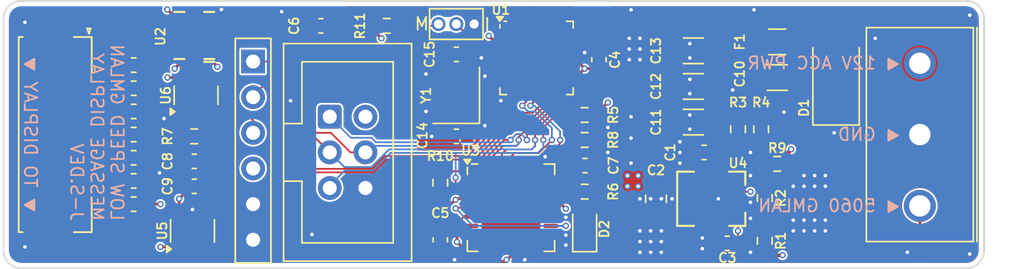
<source format=kicad_pcb>
(kicad_pcb (version 20240108) (generator "pcbnew") (generator_version "8.0")
  (layers (0 "F.Cu" signal) (1 "In1.Cu" signal) (2 "In2.Cu" signal) (31 "B.Cu" signal) (35 "F.Paste" user) (36 "B.SilkS" user "B.Silkscreen") (37 "F.SilkS" user "F.Silkscreen") (38 "B.Mask" user) (39 "F.Mask" user) (44 "Edge.Cuts" user))
  (net 0 "")
  (net 1 "GND")
  (net 2 "VCC")
  (net 6 "Net-(C7-Pad1)")
  (net 13 "Net-(U4-FB)")
  (net 14 "+3.3V")
  (net 18 "/OSC+")
  (net 19 "/OSC-")
  (net 30 "R_{X}CAN")
  (net 31 "T_{X}CAN")
  (net 32 "Net-(U4-RT)")
  (net 33 "Net-(U4-EN)")
  (net 34 "Net-(U4-PGOOD)")
  (net 35 "Net-(U4-SW-Pad5)")
  (net 37 "Net-(U5-EN)")
  (net 39 "Net-(D1-A)")
  (net 40 "+12V")
  (net 41 "+BATT")
  (net 42 "CANH")
  (net 43 "RESET")
  (net 44 "/3F_3.3V")
  (net 45 "/3F_GND")
  (net 46 "/3F_CS_OLED")
  (net 47 "3_CS_OLED")
  (net 48 "/3F_OLED_RST")
  (net 49 "3_OLED_RST")
  (net 50 "3_DC_OLED")
  (net 51 "/3F_OLED_DC")
  (net 52 "3_SCK")
  (net 53 "/3F_SCK")
  (net 54 "3_MOSI")
  (net 55 "/3F_MOSI")
  (net 56 "MOSI")
  (net 57 "MISO")
  (net 58 "SCK")
  (net 59 "FTDI_TX")
  (net 60 "FTDI_RX")
  (net 61 "SEL_UNIT")
  (net 62 "EN_OLED")
  (net 63 "INT_CAN")
  (net 64 "CS_CAN")
  (net 65 "DC_OLED")
  (net 66 "CS_OLED")
  (net 67 "CLK")
  (net 68 "/CAN_CLK_PD")
  (net 69 "/SEL_METRIC")
  (net 70 "/FTDI_RESET")
  (footprint "Resistor_SMD:R_0603_1608Metric" (layer "F.Cu") (at 108.712 187.579)
    (property "Reference" "R6")
    (property "Value" "100R" (hide yes))
  )
  (footprint "Inductor_SMD:L_0603_1608Metric" (layer "F.Cu") (at 76.581 180.213 180)
    (property "Reference" "FB6" (hide yes))
    (property "Value" "MMZ1608S121ATD25" (hide yes))
  )
  (footprint "Resistor_SMD:R_0603_1608Metric" (layer "F.Cu") (at 121.539 188.0362 90)
    (property "Reference" "R2")
    (property "Value" "10K" (hide yes))
  )
  (footprint "Diode_SMD:D_SOD-323" (layer "F.Cu") (at 108.712 190.246 90)
    (property "Reference" "D2")
    (property "Value" "DESD1LIN2WSQ-7" (hide yes))
  )
  (footprint "TPSM365R3RDNR:QFN-FCMOD_365R6FRDN_TEX_M2" (layer "F.Cu") (at 117.729 188.087 -90)
    (property "Reference" "U4")
    (property "Value" "TPSM365R3RDNR")
  )
  (footprint "Capacitor_SMD:C_0805_2012Metric" (layer "F.Cu") (at 113.792 188.087 -90)
    (property "Reference" "C2")
    (property "Value" "10uF" (hide yes))
  )
  (footprint "Inductor_SMD:L_0603_1608Metric" (layer "F.Cu") (at 76.581 186.817 180)
    (property "Reference" "FB2" (hide yes))
    (property "Value" "MMZ1608S121ATD25" (hide yes))
  )
  (footprint "jsdev:PinHeader_1x03_P1.27mm_Vertical_mod" (layer "F.Cu") (at 99.568 175.641 90)
    (property "Reference" "J5" (hide yes))
    (property "Value" "JMP 1x3 0.05\"" (hide yes))
  )
  (footprint "Capacitor_SMD:C_0603_1608Metric" (layer "F.Cu") (at 99.568 177.8)
    (property "Reference" "C15")
    (property "Value" "22pf")
  )
  (footprint "Capacitor_SMD:C_0603_1608Metric" (layer "F.Cu") (at 108.7374 185.7248)
    (property "Reference" "C7")
    (property "Value" "560pf" (hide yes))
  )
  (footprint "Resistor_SMD:R_0603_1608Metric" (layer "F.Cu") (at 108.712 183.896)
    (property "Reference" "R8")
    (property "Value" "10K")
  )
  (footprint "Capacitor_SMD:C_0603_1608Metric" (layer "F.Cu") (at 80.899 185.42)
    (property "Reference" "C8")
    (property "Value" "1uF" (hide yes))
  )
  (footprint "jsdev:screw_term_3" (layer "F.Cu") (at 132.588 183.515 90)
    (property "Reference" "J2" (hide yes))
    (property "Value" "Screw Term" (hide yes))
  )
  (footprint "Capacitor_SMD:C_0603_1608Metric" (layer "F.Cu") (at 118.872 191.262 180)
    (property "Reference" "C3")
    (property "Value" "1uF")
  )
  (footprint "Resistor_SMD:R_0603_1608Metric" (layer "F.Cu") (at 121.285 183.134 90)
    (property "Reference" "R4")
    (property "Value" "100K" (hide yes))
  )
  (footprint "Capacitor_SMD:C_0603_1608Metric" (layer "F.Cu") (at 99.568 183.642 180)
    (property "Reference" "C14")
    (property "Value" "22pf")
  )
  (footprint "Capacitor_SMD:C_0603_1608Metric" (layer "F.Cu") (at 98.425 191.008 -90)
    (property "Reference" "C5")
    (property "Value" "100nF" (hide yes))
  )
  (footprint "Inductor_SMD:L_0603_1608Metric" (layer "F.Cu") (at 76.581 178.562 180)
    (property "Reference" "FB7" (hide yes))
    (property "Value" "MMZ1608S121ATD25" (hide yes))
  )
  (footprint "Resistor_SMD:R_0603_1608Metric" (layer "F.Cu") (at 119.634 183.134 -90)
    (property "Reference" "R3")
    (property "Value" "560K" (hide yes))
  )
  (footprint "Resistor_SMD:R_0603_1608Metric" (layer "F.Cu") (at 121.539 191.0842 90)
    (property "Reference" "R1")
    (property "Value" "40K2" (hide yes))
  )
  (footprint "Crystal:Crystal_SMD_3225-4Pin_3.2x2.5mm" (layer "F.Cu") (at 99.568 180.721 90)
    (property "Reference" "Y1")
    (property "Value" "16MHZ")
  )
  (footprint "Inductor_SMD:L_0603_1608Metric" (layer "F.Cu") (at 76.581 185.166 180)
    (property "Reference" "FB3" (hide yes))
    (property "Value" "MMZ1608S121ATD25" (hide yes))
  )
  (footprint "Resistor_SMD:R_0603_1608Metric" (layer "F.Cu") (at 98.425 186.944 -90)
    (property "Reference" "R10")
    (property "Value" "1K")
  )
  (footprint "Inductor_SMD:L_0603_1608Metric" (layer "F.Cu") (at 76.581 181.864 180)
    (property "Reference" "FB5" (hide yes))
    (property "Value" "MMZ1608S121ATD25" (hide yes))
  )
  (footprint "Package_DFN_QFN:QFN-32-1EP_5x5mm_P0.5mm_EP3.1x3.1mm" (layer "F.Cu") (at 105.283 178.054)
    (property "Reference" "U1")
    (property "Value" "ATmega328PB-M" (hide yes))
  )
  (footprint "Diode_SMD:D_SMA" (layer "F.Cu") (at 126.619 179.324 90)
    (property "Reference" "D1")
    (property "Value" "B140-E3" (hide yes))
  )
  (footprint "Inductor_SMD:L_0603_1608Metric" (layer "F.Cu") (at 76.581 183.515 180)
    (property "Reference" "FB4" (hide yes))
    (property "Value" "MMZ1608S121ATD25" (hide yes))
  )
  (footprint "Fuse:Fuse_1206_3216Metric" (layer "F.Cu") (at 122.428 176.911)
    (property "Reference" "F1")
    (property "Value" "Polyfuse" (hide yes))
  )
  (footprint "Capacitor_SMD:C_1206_3216Metric" (layer "F.Cu") (at 116.459 182.626 180)
    (property "Reference" "C11")
    (property "Value" "4.7uF")
  )
  (footprint "Resistor_SMD:R_0603_1608Metric" (layer "F.Cu") (at 94.615 175.768)
    (property "Reference" "R11")
    (property "Value" "1K")
  )
  (footprint "Inductor_SMD:L_0603_1608Metric" (layer "F.Cu") (at 76.581 188.468 180)
    (property "Reference" "FB1" (hide yes))
    (property "Value" "MMZ1608S121ATD25" (hide yes))
  )
  (footprint "Resistor_SMD:R_0603_1608Metric" (layer "F.Cu") (at 80.899 183.642 180)
    (property "Reference" "R7")
    (property "Value" "10K" (hide yes))
  )
  (footprint "jsdev:QFN-28-1EP_6x6mm_P0.65mm_EP4.25x4.25mm_mod1" (layer "F.Cu") (at 103.4615 188.722)
    (property "Reference" "U3")
    (property "Value" "MCP25625T-E/ML")
  )
  (footprint "jsdev:PinSocket_1x06_P2.54mm_Vertical_Box" (layer "F.Cu") (at 85.09 178.308)
    (property "Reference" "J4" (hide yes))
    (property "Value" "Socket 1x6 0.1\"")
  )
  (footprint "Capacitor_SMD:C_1206_3216Metric" (layer "F.Cu") (at 116.459 177.546 180)
    (property "Reference" "C13")
    (property "Value" "4.7uF")
  )
  (footprint "Resistor_SMD:R_0603_1608Metric" (layer "F.Cu") (at 122.428 185.5978 180)
    (property "Reference" "R9")
    (property "Value" "100K")
  )
  (footprint "Capacitor_SMD:C_0603_1608Metric" (layer "F.Cu") (at 89.916 175.768 180)
    (property "Reference" "C6")
    (property "Value" "100nF")
  )
  (footprint "jsdev:IDC-Header_2x03_P2.54mm_Vertical_mod" (layer "F.Cu") (at 90.551 182.24)
    (property "Reference" "J1" (hide yes))
    (property "Value" "AVRISP-6 0.1\"")
  )
  (footprint "Capacitor_SMD:C_1206_3216Metric" (layer "F.Cu") (at 116.459 180.086 180)
    (property "Reference" "C12")
    (property "Value" "4.7uF")
  )
  (footprint "Capacitor_SMD:C_0603_1608Metric" (layer "F.Cu") (at 117.221 184.785 180)
    (property "Reference" "C1")
    (property "Value" "100nF")
  )
  (footprint "Capacitor_SMD:C_1206_3216Metric" (layer "F.Cu") (at 122.428 179.451 180)
    (property "Reference" "C10")
    (property "Value" "4.7uF")
  )
  (footprint "Capacitor_SMD:C_0603_1608Metric" (layer "F.Cu") (at 109.728 178.181 90)
    (property "Reference" "C4")
    (property "Value" "100nF" (hide yes))
  )
  (footprint "Package_TO_SOT_SMD:SOT-23" (layer "F.Cu") (at 81.026 180.721 90)
    (property "Reference" "U6")
    (property "Value" "APX803S-29SA-7" (hide yes))
  )
  (footprint "Capacitor_SMD:C_0603_1608Metric" (layer "F.Cu") (at 80.899 187.198)
    (property "Reference" "C9")
    (property "Value" "10uF" (hide yes))
  )
  (footprint "TXU0104QWBQARQ1:WQFN14_BQA_TEX" (layer "F.Cu") (at 80.901 176.4538 180)
    (property "Reference" "U2")
    (property "Value" "TXU0104QWBQARQ1")
  )
  (footprint "Package_TO_SOT_SMD:SOT-23-5" (layer "F.Cu") (at 80.772 190.373 90)
    (property "Reference" "U5")
    (property "Value" "AP2112K-3.3" (hide yes))
  )
  (footprint "Resistor_SMD:R_0603_1608Metric" (layer "F.Cu") (at 108.712 182.118 180)
    (property "Reference" "R5")
    (property "Value" "10K" (hide yes))
  )
  (footprint "jsdev:CON_532610771_MOD" (layer "F.Cu") (at 73.393 179.765 -90)
    (property "Reference" "J3" (hide yes))
    (property "Value" "PicoBlade F 1x7" (hide yes))
  )
  (gr_arc (start 67.31 175.26) (mid 67.681974 174.361974) (end 68.58 173.99) (stroke (width 0.127)) (layer "Edge.Cuts"))
  (gr_arc (start 68.58 193.04) (mid 67.681974 192.668026) (end 67.31 191.77) (stroke (width 0.127)) (layer "Edge.Cuts"))
  (gr_line (start 67.31 191.77) (end 67.31 175.26) (stroke (width 0.127)) (layer "Edge.Cuts"))
  (gr_line (start 135.89 193.04) (end 68.58 193.04) (stroke (width 0.127)) (layer "Edge.Cuts"))
  (gr_line (start 137.16 175.26) (end 137.16 191.77) (stroke (width 0.127)) (layer "Edge.Cuts"))
  (gr_arc (start 135.89 173.99) (mid 136.788026 174.361974) (end 137.16 175.26) (stroke (width 0.127)) (layer "Edge.Cuts"))
  (gr_arc (start 137.16 191.77) (mid 136.788026 192.668026) (end 135.89 193.04) (stroke (width 0.127)) (layer "Edge.Cuts"))
  (gr_line (start 68.58 173.99) (end 135.89 173.99) (stroke (width 0.127)) (layer "Edge.Cuts"))
  (gr_text "LOW SPEED GMLAN\nMESSAGE DISPLAY\nJ-S.DEV" (at 72.009 189.738 -90) (layer "B.SilkS") (effects (font (size 0.889 0.889) (thickness 0.127)) (justify left bottom mirror)))
  (gr_text "▼ TO DISPLAY ▼" (at 68.707 183.515 270) (layer "B.SilkS") (effects (font (size 0.889 0.889) (thickness 0.127)) (justify bottom mirror)))
  (gr_text "◀ GND" (at 131.318 184.023 0) (layer "B.SilkS") (effects (font (size 0.889 0.889) (thickness 0.127)) (justify left bottom mirror)))
  (gr_text "◀ 12V ACC PWR" (at 131.318 178.943 0) (layer "B.SilkS") (effects (font (size 0.889 0.889) (thickness 0.127)) (justify left bottom mirror)))
  (gr_text "◀ 5060 GMLAN" (at 131.318 189.103 0) (layer "B.SilkS") (effects (font (size 0.889 0.889) (thickness 0.127)) (justify left bottom mirror)))
  (gr_text "I" (at 101.473 176.1998 0) (layer "F.SilkS") (effects (font (size 0.889 0.889) (thickness 0.127)) (justify left bottom)))
  (gr_text "M" (at 96.52 176.149 0) (layer "F.SilkS") (effects (font (size 0.889 0.889) (thickness 0.127)) (justify left bottom)))
  (segment (start 108.581 177.804) (end 108.712 177.673) (width 0.2032) (layer "F.Cu") (net 1))
  (segment (start 106.299 190.672) (end 105.4115 190.672) (width 0.2032) (layer "F.Cu") (net 1))
  (segment (start 105.4115 190.6974) (end 103.4615 188.7474) (width 0.2032) (layer "F.Cu") (net 1))
  (segment (start 106.592934 188.722) (end 106.299 188.722) (width 0.2032) (layer "F.Cu") (net 1))
  (segment (start 105.283 178.054) (end 105.033 178.304) (width 0.2032) (layer "F.Cu") (net 1))
  (segment (start 81.674 187.198) (end 81.674 185.42) (width 0.2032) (layer "F.Cu") (net 1))
  (segment (start 70.493001 177.173001) (end 68.834 175.514) (width 0.2032) (layer "F.Cu") (net 1))
  (segment (start 101.346 178.054) (end 100.965 178.054) (width 0.2032) (layer "F.Cu") (net 1))
  (segment (start 105.4115 185.8845) (end 105.4115 186.772) (width 0.2032) (layer "F.Cu") (net 1))
  (segment (start 107.3658 190.6778) (end 106.8578 190.6778) (width 0.2032) (layer "F.Cu") (net 1))
  (segment (start 107.278734 189.4078) (end 106.592934 188.722) (width 0.2032) (layer "F.Cu") (net 1))
  (segment (start 107.7205 177.804) (end 108.581 177.804) (width 0.2032) (layer "F.Cu") (net 1))
  (segment (start 105.8926 185.0898) (end 105.8926 185.4034) (width 0.2032) (layer "F.Cu") (net 1))
  (segment (start 104.1115 192.0971) (end 104.1115 191.5595) (width 0.2032) (layer "F.Cu") (net 1))
  (segment (start 107.7205 177.804) (end 105.533 177.804) (width 0.2032) (layer "F.Cu") (net 1))
  (segment (start 105.033 178.304) (end 102.8455 178.304) (width 0.2032) (layer "F.Cu") (net 1))
  (segment (start 98.718 181.321) (end 98.718 181.821) (width 0.2032) (layer "F.Cu") (net 1))
  (segment (start 108.619 191.389) (end 108.712 191.296) (width 0.2032) (layer "F.Cu") (net 1))
  (segment (start 106.299 188.722) (end 103.4615 188.722) (width 0.2032) (layer "F.Cu") (net 1))
  (segment (start 109.537 184.023) (end 109.601 184.023) (width 0.2032) (layer "F.Cu") (net 1))
  (segment (start 80.772 191.5105) (end 80.772 188.849) (width 0.2032) (layer "F.Cu") (net 1))
  (segment (start 107.3658 191.389) (end 108.619 191.389) (width 0.2032) (layer "F.Cu") (net 1))
  (segment (start 110.363 184.785) (end 110.363 184.8742) (width 0.2032) (layer "F.Cu") (net 1))
  (segment (start 110.363 184.8742) (end 109.5124 185.7248) (width 0.2032) (layer "F.Cu") (net 1))
  (segment (start 110.363 183.007) (end 110.363 183.07) (width 0.2032) (layer "F.Cu") (net 1))
  (segment (start 100.965 178.054) (end 100.711 177.8) (width 0.2032) (layer "F.Cu") (net 1))
  (segment (start 109.537 183.769) (end 109.537 183.832) (width 0.2032) (layer "F.Cu") (net 1))
  (segment (start 105.8926 185.4034) (end 105.4115 185.8845) (width 0.2032) (layer "F.Cu") (net 1))
  (segment (start 110.363 183.07) (end 109.537 183.896) (width 0.2032) (layer "F.Cu") (net 1))
  (segment (start 102.104 178.304) (end 102.8455 178.304) (width 0.2032) (layer "F.Cu") (net 1))
  (segment (start 78.74 182.372) (end 79.4535 181.6585) (width 0.2032) (layer "F.Cu") (net 1))
  (segment (start 105.533 177.804) (end 105.283 178.054) (width 0.2032) (layer "F.Cu") (net 1))
  (segment (start 105.4115 186.772) (end 103.4615 188.722) (width 0.2032) (layer "F.Cu") (net 1))
  (segment (start 70.493001 177.215) (end 70.493001 177.173001) (width 0.2032) (layer "F.Cu") (net 1))
  (segment (start 97.452 181.821) (end 97.409 181.864) (width 0.2032) (layer "F.Cu") (net 1))
  (segment (start 79.4535 181.6585) (end 80.076 181.6585) (width 0.2032) (layer "F.Cu") (net 1))
  (segment (start 98.425 191.783) (end 98.7936 191.783) (width 0.2032) (layer "F.Cu") (net 1))
  (segment (start 100.418 179.621) (end 98.718 181.321) (width 0.2032) (layer "F.Cu") (net 1))
  (segment (start 77.851 186.817) (end 77.3685 186.817) (width 0.2032) (layer "F.Cu") (net 1))
  (segment (start 98.718 181.821) (end 97.452 181.821) (width 0.2032) (layer "F.Cu") (net 1))
  (segment (start 104.4448 192.4304) (end 104.1115 192.0971) (width 0.2032) (layer "F.Cu") (net 1))
  (segment (start 107.3658 189.4078) (end 107.278734 189.4078) (width 0.2032) (layer "F.Cu") (net 1))
  (segment (start 81.151 175.006) (end 81.151 176.2038) (width 0.2032) (layer "F.Cu") (net 1))
  (segment (start 70.493001 189.815) (end 70.493001 189.856999) (width 0.2032) (layer "F.Cu") (net 1))
  (segment (start 104.1115 189.372) (end 103.4615 188.722) (width 0.2032) (layer "F.Cu") (net 1))
  (segment (start 78.4225 186.2455) (end 77.851 186.817) (width 0.2032) (layer "F.Cu") (net 1))
  (segment (start 108.979 177.406) (end 109.728 177.406) (width 0.2032) (layer "F.Cu") (net 1))
  (segment (start 70.493001 189.856999) (end 68.834 191.516) (width 0.2032) (layer "F.Cu") (net 1))
  (segment (start 106.8578 190.6778) (end 106.852 190.672) (width 0.2032) (layer "F.Cu") (net 1))
  (segment (start 81.674 187.198) (end 81.674 187.947) (width 0.2032) (layer "F.Cu") (net 1))
  (segment (start 82.8314 174.5996) (end 82.425 175.006) (width 0.2032) (layer "F.Cu") (net 1))
  (segment (start 98.7936 191.783) (end 99.441 192.4304) (width 0.2032) (layer "F.Cu") (net 1))
  (segment (start 81.674 187.947) (end 80.772 188.849) (width 0.2032) (layer "F.Cu") (net 1))
  (segment (start 81.151 176.2038) (end 80.901 176.4538) (width 0.2032) (layer "F.Cu") (net 1))
  (segment (start 97.8154 183.642) (end 98.793 183.642) (width 0.2032) (layer "F.Cu") (net 1))
  (segment (start 100.711 177.8) (end 100.343 177.8) (width 0.2032) (layer "F.Cu") (net 1))
  (segment (start 105.4115 190.672) (end 103.4615 188.722) (width 0.2032) (layer "F.Cu") (net 1))
  (segment (start 108.712 177.673) (end 108.979 177.406) (width 0.2032) (layer "F.Cu") (net 1))
  (segment (start 82.425 175.006) (end 81.151 175.006) (width 0.2032) (layer "F.Cu") (net 1))
  (segment (start 106.852 190.672) (end 106.299 190.672) (width 0.2032) (layer "F.Cu") (net 1))
  (segment (start 104.1115 191.5595) (end 104.1115 189.372) (width 0.2032) (layer "F.Cu") (net 1))
  (via (at 116.205 180.594) (size 0.4572) (drill 0.254) (layers "F.Cu" "B.Cu") (net 1))
  (via (at 87.122 174.752) (size 0.4572) (drill 0.254) (layers "F.Cu" "B.Cu") (net 1))
  (via (at 82.8314 174.5996) (size 0.4572) (drill 0.254) (layers "F.Cu" "B.Cu") (net 1))
  (via (at 112.649 190.373) (size 0.4572) (drill 0.254) (layers "F.Cu" "B.Cu") (net 1))
  (via (at 118.237 188.087) (size 0.4572) (drill 0.254) (layers "F.Cu" "B.Cu") (net 1))
  (via (at 105.8926 185.0898) (size 0.4572) (drill 0.254) (layers "F.Cu" "B.Cu") (net 1))
  (via (at 115.4938 184.023) (size 0.4572) (drill 0.254) (layers "F.Cu" "B.Cu") (net 1))
  (via (at 114.173 188.087) (size 0.4572) (drill 0.254) (layers "F.Cu" "B.Cu") (net 1))
  (via (at 110.363 183.007) (size 0.4572) (drill 0.254) (layers "F.Cu" "B.Cu") (net 1))
  (via (at 114.173 190.373) (size 0.4572) (drill 0.254) (layers "F.Cu" "B.Cu") (net 1))
  (via (at 99.441 192.4304) (size 0.4572) (drill 0.254) (layers "F.Cu" "B.Cu") (net 1))
  (via (at 111.887 176.657) (size 0.4572) (drill 0.254) (layers "F.Cu" "B.Cu") (net 1))
  (via (at 112.649 176.657) (size 0.4572) (drill 0.254) (layers "F.Cu" "B.Cu") (net 1))
  (via (at 87.757 181.102) (size 0.4572) (drill 0.254) (layers "F.Cu" "B.Cu") (net 1))
  (via (at 117.094 190.881) (size 0.4572) (drill 0.254) (layers "F.Cu" "B.Cu") (net 1))
  (via (at 125.095 187.198) (size 0.4572) (drill 0.254) (layers "F.Cu" "B.Cu") (net 1))
  (via (at 113.411 191.135) (size 0.4572) (drill 0.254) (layers "F.Cu" "B.Cu") (net 1))
  (via (at 122.9106 181.9148) (size 0.4572) (drill 0.254) (layers "F.Cu" "B.Cu") (net 1))
  (via (at 136.144 175.006) (size 0.4572) (drill 0.254) (layers "F.Cu" "B.Cu") (net 1))
  (via (at 112.014 174.625) (size 0.4572) (drill 0.254) (layers "F.Cu" "B.Cu") (net 1))
  (via (at 113.411 188.087) (size 0.4572) (drill 0.254) (layers "F.Cu" "B.Cu") (net 1))
  (via (at 111.887 177.419) (size 0.4572) (drill 0.254) (layers "F.Cu" "B.Cu") (net 1))
  (via (at 111.887 178.181) (size 0.4572) (drill 0.254) (layers "F.Cu" "B.Cu") (net 1))
  (via (at 125.095 186.436) (size 0.4572) (drill 0.254) (layers "F.Cu" "B.Cu") (net 1))
  (via (at 110.363 184.785) (size 0.4572) (drill 0.254) (layers "F.Cu" "B.Cu") (net 1))
  (via (at 124.333 189.611) (size 0.4572) (drill 0.254) (layers "F.Cu" "B.Cu") (net 1))
  (via (at 114.173 191.135) (size 0.4572) (drill 0.254) (layers "F.Cu" "B.Cu") (net 1))
  (via (at 125.095 190.373) (size 0.4572) (drill 0.254) (layers "F.Cu" "B.Cu") (net 1))
  (via (at 116.205 183.134) (size 0.4572) (drill 0.254) (layers "F.Cu" "B.Cu") (net 1))
  (via (at 78.4225 186.2455) (size 0.4572) (drill 0.254) (layers "F.Cu" "B.Cu") (net 1))
  (via (at 107.3658 190.6778) (size 0.4572) (drill 0.254) (layers "F.Cu" "B.Cu") (net 1))
  (via (at 125.857 190.373) (size 0.4572) (drill 0.254) (layers "F.Cu" "B.Cu") (net 1))
  (via (at 112.014 182.245) (size 0.4572) (drill 0.254) (layers "F.Cu" "B.Cu") (net 1))
  (via (at 126.492 183.388) (size 0.4572) (drill 0.254) (layers "F.Cu" "B.Cu") (net 1))
  (via (at 123.571 189.611) (size 0.4572) (drill 0.254) (layers "F.Cu" "B.Cu") (net 1))
  (via (at 113.411 190.373) (size 0.4572) (drill 0.254) (layers "F.Cu" "B.Cu") (net 1))
  (via (at 124.333 187.198) (size 0.4572) (drill 0.254) (layers "F.Cu" "B.Cu") (net 1))
  (via (at 120.777 174.625) (size 0.4572) (drill 0.254) (layers "F.Cu" "B.Cu") (net 1))
  (via (at 125.095 189.611) (size 0.4572) (drill 0.254) (layers "F.Cu" "B.Cu") (net 1))
  (via (at 120.523 189.484) (size 0.4572) (drill 0.254) (layers "F.Cu" "B.Cu") (net 1))
  (via (at 107.3658 191.389) (size 0.4572) (drill 0.254) (layers "F.Cu" "B.Cu") (net 1))
  (via (at 97.8154 183.642) (size 0.4572) (drill 0.254) (layers "F.Cu" "B.Cu") (net 1))
  (via (at 116.205 179.578) (size 0.4572) (drill 0.254) (layers "F.Cu" "B.Cu") (net 1))
  (via (at 120.523 184.785) (size 0.4572) (drill 0.254) (layers "F.Cu" "B.Cu") (net 1))
  (via (at 116.205 178.054) (size 0.4572) (drill 0.254) (layers "F.Cu" "B.Cu") (net 1))
  (via (at 115.4938 185.547) (size 0.4572) (drill 0.254) (layers "F.Cu" "B.Cu") (net 1))
  (via (at 101.6 179.3494) (size 0.4572) (drill 0.254) (layers "F.Cu" "B.Cu") (net 1))
  (via (at 89.281 190.627) (size 0.4572) (drill 0.254) (layers "F.Cu" "B.Cu") (net 1))
  (via (at 107.3658 189.4078) (size 0.4572) (drill 0.254) (layers "F.Cu" "B.Cu") (net 1))
  (via (at 112.649 177.419) (size 0.4572) (drill 0.254) (layers "F.Cu" "B.Cu") (net 1))
  (via (at 112.649 191.135) (size 0.4572) (drill 0.254) (layers "F.Cu" "B.Cu") (net 1))
  (via (at 117.094 191.643) (size 0.4572) (drill 0.254) (layers "F.Cu" "B.Cu") (net 1))
  (via (at 113.411 191.897) (size 0.4572) (drill 0.254) (layers "F.Cu" "B.Cu") (net 1))
  (via (at 68.834 191.516) (size 0.4572) (drill 0.254) (layers "F.Cu" "B.Cu") (net 1))
  (via (at 112.014 185.547) (size 0.4572) (drill 0.254) (layers "F.Cu" "B.Cu") (net 1))
  (via (at 101.346 178.054) (size 0.4572) (drill 0.254) (layers "F.Cu" "B.Cu") (net 1))
  (via (at 108.712 177.673) (size 0.4572) (drill 0.254) (layers "F.Cu" "B.Cu") (net 1))
  (via (at 129.413 176.657) (size 0.4572) (drill 0.254) (layers "F.Cu" "B.Cu") (net 1))
  (via (at 136.144 192.024) (size 0.4572) (drill 0.254) (layers "F.Cu" "B.Cu") (net 1))
  (via (at 120.523 191.897) (size 0.4572) (drill 0.254) (layers "F.Cu" "B.Cu") (net 1))
  (via (at 115.4938 184.785) (size 0.4572) (drill 0.254) (layers "F.Cu" "B.Cu") (net 1))
  (via (at 112.649 178.181) (size 0.4572) (drill 0.254) (layers "F.Cu" "B.Cu") (net 1))
  (via (at 116.205 182.118) (size 0.4572) (drill 0.254) (layers "F.Cu" "B.Cu") (net 1))
  (via (at 104.4448 192.4304) (size 0.4572) (drill 0.254) (layers "F.Cu" "B.Cu") (net 1))
  (via (at 97.409 181.864) (size 0.4572) (drill 0.254) (layers "F.Cu" "B.Cu") (net 1))
  (via (at 102.743 181.102) (size 0.4572) (drill 0.254) (layers "F.Cu" "B.Cu") (net 1))
  (via (at 119.253 180.34) (size 0.4572) (drill 0.254) (layers "F.Cu" "B.Cu") (net 1))
  (via (at 125.857 189.611) (size 0.4572) (drill 0.254) (layers "F.Cu" "B.Cu") (net 1))
  (via (at 116.205 177.038) (size 0.4572) (drill 0.254) (layers "F.Cu" "B.Cu") (net 1))
  (via (at 124.333 186.436) (size 0.4572) (drill 0.254) (layers "F.Cu" "B.Cu") (net 1))
  (via (at 101.6 182.88) (size 0.4572) (drill 0.254) (layers "F.Cu" "B.Cu") (net 1))
  (via (at 112.649 188.087) (size 0.4572) (drill 0.254) (layers "F.Cu" "B.Cu") (net 1))
  (via (at 97.409 179.197) (size 0.4572) (drill 0.254) (layers "F.Cu" "B.Cu") (net 1))
  (via (at 125.857 186.436) (size 0.4572) (drill 0.254) (layers "F.Cu" "B.Cu") (net 1))
  (via (at 123.571 190.373) (size 0.4572) (drill 0.254) (layers "F.Cu" "B.Cu") (net 1))
  (via (at 80.772 188.849) (size 0.4572) (drill 0.254) (layers "F.Cu" "B.Cu") (net 1))
  (via (at 112.649 191.897) (size 0.4572) (drill 0.254) (layers "F.Cu" "B.Cu") (net 1))
  (via (at 123.571 187.198) (size 0.4572) (drill 0.254) (layers "F.Cu" "B.Cu") (net 1))
  (via (at 114.935 188.087) (size 0.4572) (drill 0.254) (layers "F.Cu" "B.Cu") (net 1))
  (via (at 124.333 190.373) (size 0.4572) (drill 0.254) (layers "F.Cu" "B.Cu") (net 1))
  (via (at 125.857 187.198) (size 0.4572) (drill 0.254) (layers "F.Cu" "B.Cu") (net 1))
  (via (at 131.699 191.897) (size 0.4572) (drill 0.254) (layers "F.Cu" "B.Cu") (net 1))
  (via (at 120.523 186.436) (size 0.4572) (drill 0.254) (layers "F.Cu" "B.Cu") (net 1))
  (via (at 120.523 188.341) (size 0.4572) (drill 0.254) (layers "F.Cu" "B.Cu") (net 1))
  (via (at 78.74 182.372) (size 0.4572) (drill 0.254) (layers "F.Cu" "B.Cu") (net 1))
  (via (at 112.014 183.769) (size 0.4572) (drill 0.254) (layers "F.Cu" "B.Cu") (net 1))
  (via (at 114.173 191.897) (size 0.4572) (drill 0.254) (layers "F.Cu" "B.Cu") (net 1))
  (via (at 68.834 175.514) (size 0.4572) (drill 0.254) (layers "F.Cu" "B.Cu") (net 1))
  (segment (start 108.712 178.816) (end 108.2661 179.2619) (width 0.2032) (layer "F.Cu") (net 2))
  (segment (start 99.611 189.527) (end 99.611 190.246) (width 0.2032) (layer "F.Cu") (net 2))
  (segment (start 99.480221 188.1632) (end 99.06 188.583421) (width 0.2032) (layer "F.Cu") (net 2))
  (segment (start 79.822 191.5105) (end 78.4915 191.5105) (width 0.2032) (layer "F.Cu") (net 2))
  (segment (start 93.79 176.213) (end 93.79 175.768) (width 0.2032) (layer "F.Cu") (net 2))
  (segment (start 122.7836 192.1256) (end 122.809 192.1002) (width 0.254) (layer "F.Cu") (net 2))
  (segment (start 82.55 178.689) (end 81.7626 177.9016) (width 0.2032) (layer "F.Cu") (net 2))
  (segment (start 107.3658 188.7982) (end 106.6396 188.072) (width 0.2032) (layer "F.Cu") (net 2))
  (segment (start 103.20265 192.40745) (end 103.4615 192.1486) (width 0.2032) (layer "F.Cu") (net 2))
  (segment (start 121.539 191.9092) (end 121.7554 192.1256) (width 0.254) (layer "F.Cu") (net 2))
  (segment (start 108.2 178.304) (end 108.712 178.816) (width 0.2032) (layer "F.Cu") (net 2))
  (segment (start 99.06 188.583421) (end 99.06 188.976) (width 0.2032) (layer "F.Cu") (net 2))
  (segment (start 108.712 178.816) (end 109.588 178.816) (width 0.2032) (layer "F.Cu") (net 2))
  (segment (start 81.7626 177.9016) (end 81.151 177.9016) (width 0.2032) (layer "F.Cu") (net 2))
  (segment (start 101.007302 192.5574) (end 103.0527 192.5574) (width 0.2032) (layer "F.Cu") (net 2))
  (segment (start 103.0527 192.5574) (end 103.20265 192.40745) (width 0.2032) (layer "F.Cu") (net 2))
  (segment (start 102.1794 176.776877) (end 101.882088 176.479565) (width 0.2032) (layer "F.Cu") (net 2))
  (segment (start 109.588 178.816) (end 109.728 178.956) (width 0.2032) (layer "F.Cu") (net 2))
  (segment (start 123.4186 184.5564) (end 123.253 184.722) (width 0.254) (layer "F.Cu") (net 2))
  (segment (start 94.234 176.657) (end 93.79 176.213) (width 0.2032) (layer "F.Cu") (net 2))
  (segment (start 102.8455 177.804) (end 102.49459 177.804) (width 0.2032) (layer "F.Cu") (net 2))
  (segment (start 102.1794 177.48881) (end 102.1794 176.776877) (width 0.2032) (layer "F.Cu") (net 2))
  (segment (start 99.5172 188.1632) (end 99.6084 188.072) (width 0.2032) (layer "F.Cu") (net 2))
  (segment (start 109.537 182.118) (end 109.537 182.055) (width 0.2032) (layer "F.Cu") (net 2))
  (segment (start 102.49459 177.804) (end 102.1794 177.48881) (width 0.2032) (layer "F.Cu") (net 2))
  (segment (start 103.4615 192.1486) (end 103.4615 191.5595) (width 0.2032) (layer "F.Cu") (net 2))
  (segment (start 99.611 191.161098) (end 101.007302 192.5574) (width 0.2032) (layer "F.Cu") (net 2))
  (segment (start 123.253 184.722) (end 123.253 185.5978) (width 0.254) (layer "F.Cu") (net 2))
  (segment (start 109.537 182.055) (end 110.363 181.229) (width 0.2032) (layer "F.Cu") (net 2))
  (segment (start 121.7554 192.1256) (end 122.7836 192.1256) (width 0.254) (layer "F.Cu") (net 2))
  (segment (start 99.598 190.233) (end 99.611 190.246) (width 0.2032) (layer "F.Cu") (net 2))
  (segment (start 109.537 181.991) (end 109.537 182.054) (width 0.2032) (layer "F.Cu") (net 2))
  (segment (start 108.2661 179.2619) (end 107.7205 179.2619) (width 0.2032) (layer "F.Cu") (net 2))
  (segment (start 99.6084 188.072) (end 100.624 188.072) (width 0.2032) (layer "F.Cu") (net 2))
  (segment (start 103.1797 192.4304) (end 103.20265 192.40745) (width 0.2032) (layer "F.Cu") (net 2))
  (segment (start 107.7205 178.304) (end 108.2 178.304) (width 0.2032) (layer "F.Cu") (net 2))
  (segment (start 99.5172 188.1632) (end 99.480221 188.1632) (width 0.2032) (layer "F.Cu") (net 2))
  (segment (start 99.611 191.161098) (end 99.611 190.246) (width 0.2032) (layer "F.Cu") (net 2))
  (segment (start 98.425 190.233) (end 99.598 190.233) (width 0.2032) (layer "F.Cu") (net 2))
  (segment (start 99.06 188.976) (end 99.611 189.527) (width 0.2032) (layer "F.Cu") (net 2))
  (segment (start 106.6396 188.072) (end 106.299 188.072) (width 0.2032) (layer "F.Cu") (net 2))
  (segment (start 78.4915 191.5105) (end 78.486 191.516) (width 0.2032) (layer "F.Cu") (net 2))
  (segment (start 103.1494 192.4304) (end 103.1797 192.4304) (width 0.2032) (layer "F.Cu") (net 2))
  (via (at 103.1494 192.4304) (size 0.4572) (drill 0.254) (layers "F.Cu" "B.Cu") (net 2))
  (via (at 82.55 178.689) (size 0.4572) (drill 0.254) (layers "F.Cu" "B.Cu") (net 2))
  (via (at 123.4186 184.5564) (size 0.4572) (drill 0.254) (layers "F.Cu" "B.Cu") (net 2))
  (via (at 107.3658 188.7982) (size 0.4572) (drill 0.254) (layers "F.Cu" "B.Cu") (net 2))
  (via (at 112.522 186.436) (size 0.4572) (drill 0.254) (layers "F.Cu" "B.Cu") (net 2))
  (via (at 99.611 191.161098) (size 0.4572) (drill 0.254) (layers "F.Cu" "B.Cu") (net 2))
  (via (at 108.712 178.816) (size 0.4572) (drill 0.254) (layers "F.Cu" "B.Cu") (net 2))
  (via (at 112.522 187.198) (size 0.4572) (drill 0.254) (layers "F.Cu" "B.Cu") (net 2))
  (via (at 122.809 192.1002) (size 0.4572) (drill 0.254) (layers "F.Cu" "B.Cu") (net 2))
  (via (at 99.5172 188.1632) (size 0.4572) (drill 0.254) (layers "F.Cu" "B.Cu") (net 2))
  (via (at 111.76 186.436) (size 0.4572) (drill 0.254) (layers "F.Cu" "B.Cu") (net 2))
  (via (at 78.486 191.516) (size 0.4572) (drill 0.254) (layers "F.Cu" "B.Cu") (net 2))
  (via (at 110.363 181.229) (size 0.4572) (drill 0.254) (layers "F.Cu" "B.Cu") (net 2))
  (via (at 111.76 187.198) (size 0.4572) (drill 0.254) (layers "F.Cu" "B.Cu") (net 2))
  (via (at 94.234 176.657) (size 0.4572) (drill 0.254) (layers "F.Cu" "B.Cu") (net 2))
  (via (at 101.882088 176.479565) (size 0.4572) (drill 0.254) (layers "F.Cu" "B.Cu") (net 2))
  (segment (start 107.887 185.8002) (end 107.9624 185.7248) (width 0.2032) (layer "F.Cu") (net 6))
  (segment (start 107.937 187.275) (end 107.887 187.325) (width 0.127) (layer "F.Cu") (net 6))
  (segment (start 107.887 187.579) (end 107.887 185.8002) (width 0.2032) (layer "F.Cu") (net 6))
  (segment (start 120.007126 188.587126) (end 120.2812 188.8612) (width 0.254) (layer "F.Cu") (net 13))
  (segment (start 119.7167 188.587126) (end 120.007126 188.587126) (width 0.254) (layer "F.Cu") (net 13))
  (segment (start 121.539 188.8612) (end 121.539 190.2592) (width 0.254) (layer "F.Cu") (net 13))
  (segment (start 120.2812 188.8612) (end 121.539 188.8612) (width 0.254) (layer "F.Cu") (net 13))
  (segment (start 80.124 187.198) (end 80.124 187.785) (width 0.2032) (layer "F.Cu") (net 14))
  (segment (start 80.124 187.198) (end 80.124 185.42) (width 0.2032) (layer "F.Cu") (net 14))
  (segment (start 81.026 179.451) (end 78.994 179.451) (width 0.2032) (layer "F.Cu") (net 14))
  (segment (start 80.651 175.006) (end 79.377 175.006) (width 0.2032) (layer "F.Cu") (net 14))
  (segment (start 81.026 179.7835) (end 81.026 182.69) (width 0.2032) (layer "F.Cu") (net 14))
  (segment (start 81.026 182.69) (end 80.074 183.642) (width 0.2032) (layer "F.Cu") (net 14))
  (segment (start 79.822 189.2355) (end 79.822 188.087) (width 0.2032) (layer "F.Cu") (net 14))
  (segment (start 78.486 188.468) (end 77.3685 188.468) (width 0.2032) (layer "F.Cu") (net 14))
  (segment (start 81.026 179.7835) (end 81.026 179.451) (width 0.2032) (layer "F.Cu") (net 14))
  (segment (start 80.4164 177.9016) (end 80.651 177.9016) (width 0.2032) (layer "F.Cu") (net 14))
  (segment (start 79.502 178.816) (end 80.4164 177.9016) (width 0.2032) (layer "F.Cu") (net 14))
  (segment (start 79.377 175.006) (end 78.9706 174.5996) (width 0.2032) (layer "F.Cu") (net 14))
  (segment (start 80.124 187.785) (end 79.822 188.087) (width 0.2032) (layer "F.Cu") (net 14))
  (via (at 79.502 178.816) (size 0.4572) (drill 0.254) (layers "F.Cu" "B.Cu") (net 14))
  (via (at 78.9706 174.5996) (size 0.4572) (drill 0.254) (layers "F.Cu" "B.Cu") (net 14))
  (via (at 79.822 188.087) (size 0.4572) (drill 0.254) (layers "F.Cu" "B.Cu") (net 14))
  (via (at 78.994 179.451) (size 0.4572) (drill 0.254) (layers "F.Cu" "B.Cu") (net 14))
  (via (at 78.486 188.468) (size 0.4572) (drill 0.254) (layers "F.Cu" "B.Cu") (net 14))
  (segment (start 101.599197 178.7305) (end 99.6085 178.7305) (width 0.127) (layer "F.Cu") (net 18))
  (segment (start 102.8455 179.304) (end 102.172697 179.304) (width 0.127) (layer "F.Cu") (net 18))
  (segment (start 102.172697 179.304) (end 101.599197 178.7305) (width 0.127) (layer "F.Cu") (net 18))
  (segment (start 98.718 179.621) (end 98.718 177.875) (width 0.127) (layer "F.Cu") (net 18))
  (segment (start 99.6085 178.7305) (end 98.718 179.621) (width 0.127) (layer "F.Cu") (net 18))
  (segment (start 98.718 177.875) (end 98.793 177.8) (width 0.127) (layer "F.Cu") (net 18))
  (segment (start 100.418 183.567) (end 100.343 183.642) (width 0.127) (layer "F.Cu") (net 19))
  (segment (start 102.8455 179.804) (end 101.8566 179.804) (width 0.127) (layer "F.Cu") (net 19))
  (segment (start 101.7778 179.8828) (end 101.7778 181.737) (width 0.127) (layer "F.Cu") (net 19))
  (segment (start 101.6938 181.821) (end 100.418 181.821) (width 0.127) (layer "F.Cu") (net 19))
  (segment (start 101.8566 179.804) (end 101.7778 179.8828) (width 0.127) (layer "F.Cu") (net 19))
  (segment (start 101.7778 181.737) (end 101.6938 181.821) (width 0.127) (layer "F.Cu") (net 19))
  (segment (start 100.418 181.821) (end 100.418 183.567) (width 0.127) (layer "F.Cu") (net 19))
  (segment (start 102.8115 192.1382) (end 102.8115 191.5595) (width 0.127) (layer "F.Cu") (net 30))
  (segment (start 99.9031 190.8605) (end 101.3051 192.2625) (width 0.127) (layer "F.Cu") (net 30))
  (segment (start 99.9031 189.5602) (end 99.9031 190.8605) (width 0.127) (layer "F.Cu") (net 30))
  (segment (start 100.624 189.372) (end 100.0913 189.372) (width 0.127) (layer "F.Cu") (net 30))
  (segment (start 102.6872 192.2625) (end 102.8115 192.1382) (width 0.127) (layer "F.Cu") (net 30))
  (segment (start 101.3051 192.2625) (end 102.6872 192.2625) (width 0.127) (layer "F.Cu") (net 30))
  (segment (start 100.0913 189.372) (end 99.9031 189.5602) (width 0.127) (layer "F.Cu") (net 30))
  (segment (start 99.568 188.722) (end 100.624 188.722) (width 0.127) (layer "F.Cu") (net 31))
  (segment (start 106.837 190.022) (end 106.299 190.022) (width 0.127) (layer "F.Cu") (net 31))
  (segment (start 99.5172 188.7728) (end 99.568 188.722) (width 0.127) (layer "F.Cu") (net 31))
  (segment (start 107.3658 190.0174) (end 106.8416 190.0174) (width 0.127) (layer "F.Cu") (net 31))
  (segment (start 106.8416 190.0174) (end 106.837 190.022) (width 0.127) (layer "F.Cu") (net 31))
  (via (at 107.3658 190.0174) (size 0.4572) (drill 0.254) (layers "F.Cu" "B.Cu") (net 31))
  (via (at 99.5172 188.7728) (size 0.4572) (drill 0.254) (layers "F.Cu" "B.Cu") (net 31))
  (segment (start 107.3658 190.0174) (end 100.7618 190.0174) (width 0.127) (layer "B.Cu") (net 31))
  (segment (start 100.7618 190.0174) (end 99.5172 188.7728) (width 0.127) (layer "B.Cu") (net 31))
  (segment (start 119.629189 190.373) (end 119.629189 191.244189) (width 0.127) (layer "F.Cu") (net 32))
  (segment (start 119.629189 191.244189) (end 119.647 191.262) (width 0.127) (layer "F.Cu") (net 32))
  (segment (start 120.523 187.586874) (end 119.704 187.586874) (width 0.127) (layer "F.Cu") (net 32))
  (segment (start 119.629189 189.387) (end 119.629189 190.373) (width 0.127) (layer "F.Cu") (net 32))
  (via (at 119.629189 190.373) (size 0.4572) (drill 0.254) (layers "F.Cu" "B.Cu") (net 32))
  (via (at 120.523 187.586874) (size 0.4572) (drill 0.254) (layers "F.Cu" "B.Cu") (net 32))
  (segment (start 119.634 183.959) (end 121.285 183.959) (width 0.254) (layer "F.Cu") (net 33))
  (segment (start 118.879063 186.7743) (end 118.879063 184.713937) (width 0.254) (layer "F.Cu") (net 33))
  (segment (start 118.879063 184.713937) (end 119.634 183.959) (width 0.254) (layer "F.Cu") (net 33))
  (segment (start 120.2182 185.5978) (end 119.629189 186.186811) (width 0.127) (layer "F.Cu") (net 34))
  (segment (start 121.603 185.5978) (end 120.2182 185.5978) (width 0.127) (layer "F.Cu") (net 34))
  (segment (start 119.629189 186.186811) (end 119.629189 186.787) (width 0.127) (layer "F.Cu") (net 34))
  (segment (start 98.425 187.769) (end 98.425 189.1284) (width 0.127) (layer "F.Cu") (net 37))
  (segment (start 81.722 192.0485) (end 81.722 191.5105) (width 0.127) (layer "F.Cu") (net 37))
  (segment (start 95.5049 192.0485) (end 81.722 192.0485) (width 0.127) (layer "F.Cu") (net 37))
  (segment (start 81.722 191.8555) (end 81.915 192.0485) (width 0.127) (layer "F.Cu") (net 37))
  (segment (start 98.425 189.1284) (end 95.5049 192.0485) (width 0.127) (layer "F.Cu") (net 37))
  (segment (start 109.4994 192.5574) (end 105.2322 192.5574) (width 0.2032) (layer "F.Cu") (net 42))
  (segment (start 109.537 189.1792) (end 109.537 192.5198) (width 0.2032) (layer "F.Cu") (net 42))
  (segment (start 132.588 192.278) (end 132.3086 192.5574) (width 0.2032) (layer "F.Cu") (net 42))
  (segment (start 105.2322 192.5574) (end 104.7615 192.0867) (width 0.2032) (layer "F.Cu") (net 42))
  (segment (start 132.588 188.595) (end 132.588 192.278) (width 0.2032) (layer "F.Cu") (net 42))
  (segment (start 108.712 189.196) (end 109.5202 189.196) (width 0.2032) (layer "F.Cu") (net 42))
  (segment (start 109.537 187.579) (end 109.537 189.1792) (width 0.2032) (layer "F.Cu") (net 42))
  (segment (start 132.3086 192.5574) (end 109.4994 192.5574) (width 0.2032) (layer "F.Cu") (net 42))
  (segment (start 104.7615 192.0867) (end 104.7615 191.5595) (width 0.2032) (layer "F.Cu") (net 42))
  (segment (start 109.537 192.5198) (end 109.4994 192.5574) (width 0.2032) (layer "F.Cu") (net 42))
  (segment (start 109.5202 189.196) (end 109.537 189.1792) (width 0.2032) (layer "F.Cu") (net 42))
  (segment (start 105.029 174.4345) (end 107.8611 174.4345) (width 0.127) (layer "F.Cu") (net 43))
  (segment (start 105.7656 183.01061) (end 105.894405 182.881805) (width 0.127) (layer "F.Cu") (net 43))
  (segment (start 107.887 182.118) (end 107.887 182.055) (width 0.127) (layer "F.Cu") (net 43))
  (segment (start 105.894405 182.881805) (end 107.304105 181.472105) (width 0.127) (layer "F.Cu") (net 43))
  (segment (start 99.5172 186.5884) (end 99.5172 187.0202) (width 0.127) (layer "F.Cu") (net 43))
  (segment (start 91.90629 174.4345) (end 90.691 175.64979) (width 0.127) (layer "F.Cu") (net 43))
  (segment (start 99.919 187.422) (end 100.624 187.422) (width 0.127) (layer "F.Cu") (net 43))
  (segment (start 105.7656 183.896) (end 105.7656 183.01061) (width 0.127) (layer "F.Cu") (net 43))
  (segment (start 105.033 174.4385) (end 105.029 174.4345) (width 0.127) (layer "F.Cu") (net 43))
  (segment (start 104.267 174.4345) (end 91.90629 174.4345) (width 0.127) (layer "F.Cu") (net 43))
  (segment (start 105.033 175.6165) (end 105.033 174.4385) (width 0.127) (layer "F.Cu") (net 43))
  (segment (start 110.12404 179.6288) (end 109.14741 179.6288) (width 0.127) (layer "F.Cu") (net 43))
  (segment (start 107.887 182.055) (end 107.304105 181.472105) (width 0.127) (layer "F.Cu") (net 43))
  (segment (start 90.691 175.64979) (end 90.691 175.768) (width 0.127) (layer "F.Cu") (net 43))
  (segment (start 109.14741 179.6288) (end 107.304105 181.472105) (width 0.127) (layer "F.Cu") (net 43))
  (segment (start 99.5172 187.0202) (end 99.919 187.422) (width 0.127) (layer "F.Cu") (net 43))
  (segment (start 107.8611 174.4345) (end 110.3935 176.9669) (width 0.127) (layer "F.Cu") (net 43))
  (segment (start 110.3935 176.9669) (end 110.3935 179.35934) (width 0.127) (layer "F.Cu") (net 43))
  (segment (start 105.029 174.4345) (end 104.267 174.4345) (width 0.127) (layer "F.Cu") (net 43))
  (segment (start 110.3935 179.35934) (end 110.12404 179.6288) (width 0.127) (layer "F.Cu") (net 43))
  (via (at 99.5172 186.5884) (size 0.4572) (drill 0.254) (layers "F.Cu" "B.Cu") (net 43))
  (via (at 105.7656 183.896) (size 0.4572) (drill 0.254) (layers "F.Cu" "B.Cu") (net 43))
  (segment (start 94.88531 184.8231) (end 99.5426 184.8231) (width 0.127) (layer "B.Cu") (net 43))
  (segment (start 90.551 187.32) (end 90.551 187.1472) (width 0.127) (layer "B.Cu") (net 43))
  (segment (start 90.551 187.1472) (end 91.6178 186.0804) (width 0.127) (layer "B.Cu") (net 43))
  (segment (start 91.6178 186.0804) (end 93.62801 186.0804) (width 0.127) (layer "B.Cu") (net 43))
  (segment (start 105.7656 184.4294) (end 105.7656 183.896) (width 0.127) (layer "B.Cu") (net 43))
  (segment (start 105.3719 184.8231) (end 105.7656 184.4294) (width 0.127) (layer "B.Cu") (net 43))
  (segment (start 91.313 187.32) (end 91.313 187.2742) (width 0.127) (layer "B.Cu") (net 43))
  (segment (start 93.62801 186.0804) (end 94.88531 184.8231) (width 0.127) (layer "B.Cu") (net 43))
  (segment (start 99.5172 186.5884) (end 99.5172 184.8485) (width 0.127) (layer "B.Cu") (net 43))
  (segment (start 99.5426 184.8231) (end 105.3719 184.8231) (width 0.127) (layer "B.Cu") (net 43))
  (segment (start 99.5172 184.8485) (end 99.5426 184.8231) (width 0.127) (layer "B.Cu") (net 43))
  (segment (start 74.5905 187.265) (end 75.7935 188.468) (width 0.2032) (layer "F.Cu") (net 44))
  (segment (start 73.393 187.265) (end 74.5905 187.265) (width 0.2032) (layer "F.Cu") (net 44))
  (segment (start 73.393 186.015) (end 74.9915 186.015) (width 0.2032) (layer "F.Cu") (net 45))
  (segment (start 74.9915 186.015) (end 75.7935 186.817) (width 0.2032) (layer "F.Cu") (net 45))
  (segment (start 75.3925 184.765) (end 75.7935 185.166) (width 0.127) (layer "F.Cu") (net 46))
  (segment (start 73.393 184.765) (end 75.3925 184.765) (width 0.127) (layer "F.Cu") (net 46))
  (segment (start 78.5368 181.755528) (end 77.666328 182.626) (width 0.127) (layer "F.Cu") (net 47))
  (segment (start 78.690629 177.453801) (end 78.5368 177.60763) (width 0.127) (layer "F.Cu") (net 47))
  (segment (start 77.197672 182.626) (end 76.7405 183.083172) (width 0.127) (layer "F.Cu") (net 47))
  (segment (start 79.7072 177.453801) (end 78.690629 177.453801) (width 0.127) (layer "F.Cu") (net 47))
  (segment (start 77.666328 182.626) (end 77.197672 182.626) (width 0.127) (layer "F.Cu") (net 47))
  (segment (start 76.7405 183.083172) (end 76.7405 184.538) (width 0.127) (layer "F.Cu") (net 47))
  (segment (start 78.5368 177.60763) (end 78.5368 181.755528) (width 0.127) (layer "F.Cu") (net 47))
  (segment (start 76.7405 184.538) (end 77.3685 185.166) (width 0.127) (layer "F.Cu") (net 47))
  (segment (start 73.393 183.515) (end 75.7935 183.515) (width 0.127) (layer "F.Cu") (net 48))
  (segment (start 77.3685 183.515) (end 78.161 184.3075) (width 0.127) (layer "F.Cu") (net 49))
  (segment (start 78.161 184.3075) (end 81.3765 184.3075) (width 0.127) (layer "F.Cu") (net 49))
  (segment (start 81.724 183.96) (end 81.724 183.642) (width 0.127) (layer "F.Cu") (net 49))
  (segment (start 81.976 181.6585) (end 81.976 183.39) (width 0.127) (layer "F.Cu") (net 49))
  (segment (start 81.3765 184.3075) (end 81.724 183.96) (width 0.127) (layer "F.Cu") (net 49))
  (segment (start 81.976 183.39) (end 81.724 183.642) (width 0.127) (layer "F.Cu") (net 49))
  (segment (start 79.7072 176.953799) (end 78.443201 176.953799) (width 0.127) (layer "F.Cu") (net 50))
  (segment (start 78.443201 176.953799) (end 78.2828 177.1142) (width 0.127) (layer "F.Cu") (net 50))
  (segment (start 78.2828 177.1142) (end 78.2828 180.9497) (width 0.127) (layer "F.Cu") (net 50))
  (segment (start 78.2828 180.9497) (end 77.3685 181.864) (width 0.127) (layer "F.Cu") (net 50))
  (segment (start 75.3925 182.265) (end 75.7935 181.864) (width 0.127) (layer "F.Cu") (net 51))
  (segment (start 73.393 182.265) (end 75.3925 182.265) (width 0.127) (layer "F.Cu") (net 51))
  (segment (start 78.1812 176.4538) (end 78.0288 176.6062) (width 0.127) (layer "F.Cu") (net 52))
  (segment (start 79.7072 176.4538) (end 78.1812 176.4538) (width 0.127) (layer "F.Cu") (net 52))
  (segment (start 78.0288 179.5527) (end 77.3685 180.213) (width 0.127) (layer "F.Cu") (net 52))
  (segment (start 78.0288 176.6062) (end 78.0288 179.5527) (width 0.127) (layer "F.Cu") (net 52))
  (segment (start 73.393 181.015) (end 74.9915 181.015) (width 0.127) (layer "F.Cu") (net 53))
  (segment (start 74.9915 181.015) (end 75.7935 180.213) (width 0.127) (layer "F.Cu") (net 53))
  (segment (start 79.7072 175.953801) (end 77.538199 175.953801) (width 0.127) (layer "F.Cu") (net 54))
  (segment (start 77.3685 176.1235) (end 77.3685 178.562) (width 0.127) (layer "F.Cu") (net 54))
  (segment (start 77.538199 175.953801) (end 77.3685 176.1235) (width 0.127) (layer "F.Cu") (net 54))
  (segment (start 73.393 179.765) (end 74.5905 179.765) (width 0.127) (layer "F.Cu") (net 55))
  (segment (start 74.5905 179.765) (end 75.7935 178.562) (width 0.127) (layer "F.Cu") (net 55))
  (segment (start 82.0948 175.953801) (end 83.624801 175.953801) (width 0.127) (layer "F.Cu") (net 56))
  (segment (start 92.02249 184.78) (end 93.091 184.78) (width 0.127) (layer "F.Cu") (net 56))
  (segment (start 106.533 181.16558) (end 106.533 180.4915) (width 0.127) (layer "F.Cu") (net 56))
  (segment (start 104.013 183.896) (end 104.013 184.15) (width 0.127) (layer "F.Cu") (net 56))
  (segment (start 83.7955 183.56499) (end 84.65901 184.4285) (width 0.127) (layer "F.Cu") (net 56))
  (segment (start 104.013 183.68558) (end 106.533 181.16558) (width 0.127) (layer "F.Cu") (net 56))
  (segment (start 90.63049 183.388) (end 92.02249 184.78) (width 0.127) (layer "F.Cu") (net 56))
  (segment (start 83.7955 176.1245) (end 83.7955 183.56499) (width 0.127) (layer "F.Cu") (net 56))
  (segment (start 102.909268 184.3151) (end 102.1615 185.062868) (width 0.127) (layer "F.Cu") (net 56))
  (segment (start 104.013 183.896) (end 104.013 183.68558) (width 0.127) (layer "F.Cu") (net 56))
  (segment (start 104.013 184.15) (end 103.8479 184.3151) (width 0.127) (layer "F.Cu") (net 56))
  (segment (start 85.5735 184.4285) (end 86.614 183.388) (width 0.127) (layer "F.Cu") (net 56))
  (segment (start 86.614 183.388) (end 90.63049 183.388) (width 0.127) (layer "F.Cu") (net 56))
  (segment (start 83.624801 175.953801) (end 83.7955 176.1245) (width 0.127) (layer "F.Cu") (net 56))
  (segment (start 102.1615 185.062868) (end 102.1615 185.8845) (width 0.127) (layer "F.Cu") (net 56))
  (segment (start 103.8479 184.3151) (end 102.909268 184.3151) (width 0.127) (layer "F.Cu") (net 56))
  (segment (start 84.65901 184.4285) (end 85.5735 184.4285) (width 0.127) (layer "F.Cu") (net 56))
  (via (at 104.013 183.896) (size 0.4572) (drill 0.254) (layers "F.Cu" "B.Cu") (net 56))
  (segment (start 104.013 183.896) (end 104.013 184.15) (width 0.127) (layer "B.Cu") (net 56))
  (segment (start 104.013 184.15) (end 103.8479 184.3151) (width 0.127) (layer "B.Cu") (net 56))
  (segment (start 93.5559 184.3151) (end 93.091 184.78) (width 0.127) (layer "B.Cu") (net 56))
  (segment (start 103.8479 184.3151) (end 93.5559 184.3151) (width 0.127) (layer "B.Cu") (net 56))
  (segment (start 103.405076 183.896) (end 102.969158 183.896) (width 0.127) (layer "F.Cu") (net 57))
  (segment (start 102.969158 183.896) (end 101.487776 185.377382) (width 0.127) (layer "F.Cu") (net 57))
  (segment (start 104.5972 183.46059) (end 107.033 181.02479) (width 0.127) (layer "F.Cu") (net 57))
  (segment (start 104.5972 183.896) (end 104.5972 183.46059) (width 0.127) (layer "F.Cu") (net 57))
  (segment (start 101.487776 185.377382) (end 101.487776 185.8845) (width 0.127) (layer "F.Cu") (net 57))
  (segment (start 107.033 181.02479) (end 107.033 180.4915) (width 0.127) (layer "F.Cu") (net 57))
  (via (at 103.4288 183.896) (size 0.4572) (drill 0.254) (layers "F.Cu" "B.Cu") (net 57))
  (via (at 104.5972 183.896) (size 0.4572) (drill 0.254) (layers "F.Cu" "B.Cu") (net 57))
  (segment (start 103.839403 183.4769) (end 103.4288 183.887503) (width 0.127) (layer "B.Cu") (net 57))
  (segment (start 91.313 182.245) (end 91.313 182.24) (width 0.127) (layer "B.Cu") (net 57))
  (segment (start 103.2637 184.0611) (end 93.84359 184.0611) (width 0.127) (layer "B.Cu") (net 57))
  (segment (start 104.5972 183.896) (end 104.5972 183.887503) (width 0.127) (layer "B.Cu") (net 57))
  (segment (start 93.84359 184.0611) (end 93.52199 183.7395) (width 0.127) (layer "B.Cu") (net 57))
  (segment (start 104.186597 183.4769) (end 103.839403 183.4769) (width 0.127) (layer "B.Cu") (net 57))
  (segment (start 93.52199 183.7395) (end 92.0505 183.7395) (width 0.127) (layer "B.Cu") (net 57))
  (segment (start 92.0505 183.7395) (end 90.551 182.24) (width 0.127) (layer "B.Cu") (net 57))
  (segment (start 103.4288 183.896) (end 103.2637 184.0611) (width 0.127) (layer "B.Cu") (net 57))
  (segment (start 103.4288 183.887503) (end 103.4288 183.896) (width 0.127) (layer "B.Cu") (net 57))
  (segment (start 104.5972 183.887503) (end 104.186597 183.4769) (width 0.127) (layer "B.Cu") (net 57))
  (segment (start 85.67871 184.6825) (end 86.71921 183.642) (width 0.127) (layer "F.Cu") (net 58))
  (segment (start 84.5538 184.6825) (end 85.67871 184.6825) (width 0.127) (layer "F.Cu") (net 58))
  (segment (start 105.1814 184.3278) (end 105.1814 183.896) (width 0.127) (layer "F.Cu") (net 58))
  (segment (start 82.0948 176.4538) (end 83.3383 176.4538) (width 0.127) (layer "F.Cu") (net 58))
  (segment (start 83.3383 176.4538) (end 83.5415 176.657) (width 0.127) (layer "F.Cu") (net 58))
  (segment (start 105.1814 183.2356) (end 105.1814 183.896) (width 0.127) (layer "F.Cu") (net 58))
  (segment (start 107.7205 179.804) (end 107.7205 180.6965) (width 0.127) (layer "F.Cu") (net 58))
  (segment (start 83.5415 176.657) (end 83.5415 183.6702) (width 0.127) (layer "F.Cu") (net 58))
  (segment (start 104.9401 184.5691) (end 105.1814 184.3278) (width 0.127) (layer "F.Cu") (net 58))
  (segment (start 103.1367 184.5691) (end 104.9401 184.5691) (width 0.127) (layer "F.Cu") (net 58))
  (segment (start 86.71921 183.642) (end 89.413 183.642) (width 0.127) (layer "F.Cu") (net 58))
  (segment (start 89.413 183.642) (end 90.551 184.78) (width 0.127) (layer "F.Cu") (net 58))
  (segment (start 102.8115 185.8845) (end 102.8115 184.8943) (width 0.127) (layer "F.Cu") (net 58))
  (segment (start 83.5415 183.6702) (end 84.5538 184.6825) (width 0.127) (layer "F.Cu") (net 58))
  (segment (start 102.8115 184.8943) (end 103.1367 184.5691) (width 0.127) (layer "F.Cu") (net 58))
  (segment (start 107.7205 180.6965) (end 105.1814 183.2356) (width 0.127) (layer "F.Cu") (net 58))
  (via (at 105.1814 183.896) (size 0.4572) (drill 0.254) (layers "F.Cu" "B.Cu") (net 58))
  (segment (start 93.5228 185.8264) (end 91.5974 185.8264) (width 0.127) (layer "B.Cu") (net 58))
  (segment (start 94.7801 184.5691) (end 93.5228 185.8264) (width 0.127) (layer "B.Cu") (net 58))
  (segment (start 105.1814 184.3278) (end 104.9401 184.5691) (width 0.127) (layer "B.Cu") (net 58))
  (segment (start 91.5974 185.8264) (end 90.551 184.78) (width 0.127) (layer "B.Cu") (net 58))
  (segment (start 105.1814 183.896) (end 105.1814 184.3278) (width 0.127) (layer "B.Cu") (net 58))
  (segment (start 104.9401 184.5691) (end 94.7801 184.5691) (width 0.127) (layer "B.Cu") (net 58))
  (segment (start 91.5855 176.30155) (end 91.5855 175.4955) (width 0.127) (layer "F.Cu") (net 59))
  (segment (start 91.5855 175.4955) (end 92.1385 174.9425) (width 0.127) (layer "F.Cu") (net 59))
  (segment (start 104.033 175.179001) (end 104.033 175.6165) (width 0.127) (layer "F.Cu") (net 59))
  (segment (start 85.09 180.74821) (end 89.07961 176.7586) (width 0.127) (layer "F.Cu") (net 59))
  (segment (start 92.1385 174.9425) (end 103.796499 174.9425) (width 0.127) (layer "F.Cu") (net 59))
  (segment (start 91.12845 176.7586) (end 91.5855 176.30155) (width 0.127) (layer "F.Cu") (net 59))
  (segment (start 85.09 180.848) (end 85.09 180.74821) (width 0.127) (layer "F.Cu") (net 59))
  (segment (start 89.07961 176.7586) (end 91.12845 176.7586) (width 0.127) (layer "F.Cu") (net 59))
  (segment (start 103.796499 174.9425) (end 104.033 175.179001) (width 0.127) (layer "F.Cu") (net 59))
  (segment (start 84.697155 179.769355) (end 84.709 179.7812) (width 0.127) (layer "F.Cu") (net 60))
  (segment (start 85.09 183.388) (end 85.09 182.499) (width 0.127) (layer "F.Cu") (net 60))
  (segment (start 85.6978 179.7812) (end 88.9744 176.5046) (width 0.127) (layer "F.Cu") (net 60))
  (segment (start 104.533 175.1624) (end 104.533 175.6165) (width 0.127) (layer "F.Cu") (net 60))
  (segment (start 104.0591 174.6885) (end 104.533 175.1624) (width 0.127) (layer "F.Cu") (net 60))
  (segment (start 92.0115 174.6885) (end 104.0591 174.6885) (width 0.127) (layer "F.Cu") (net 60))
  (segment (start 91.02324 176.5046) (end 91.3315 176.19634) (width 0.127) (layer "F.Cu") (net 60))
  (segment (start 91.3315 175.3685) (end 92.0115 174.6885) (width 0.127) (layer "F.Cu") (net 60))
  (segment (start 84.0495 180.41701) (end 84.697155 179.769355) (width 0.127) (layer "F.Cu") (net 60))
  (segment (start 88.9744 176.5046) (end 91.02324 176.5046) (width 0.127) (layer "F.Cu") (net 60))
  (segment (start 84.709 179.7812) (end 85.6978 179.7812) (width 0.127) (layer "F.Cu") (net 60))
  (segment (start 91.3315 176.19634) (end 91.3315 175.3685) (width 0.127) (layer "F.Cu") (net 60))
  (segment (start 84.0495 181.4585) (end 84.0495 180.41701) (width 0.127) (layer "F.Cu") (net 60))
  (segment (start 85.09 182.499) (end 84.0495 181.4585) (width 0.127) (layer "F.Cu") (net 60))
  (segment (start 99.568 175.641) (end 100.2585 176.3315) (width 0.127) (layer "F.Cu") (net 61))
  (segment (start 100.2585 176.3315) (end 101.2905 176.3315) (width 0.127) (layer "F.Cu") (net 61))
  (segment (start 102.0055 175.6165) (end 103.533 175.6165) (width 0.127) (layer "F.Cu") (net 61))
  (segment (start 101.2905 176.3315) (end 102.0055 175.6165) (width 0.127) (layer "F.Cu") (net 61))
  (segment (start 100.027738 186.119) (end 104.181138 181.9656) (width 0.127) (layer "F.Cu") (net 62))
  (segment (start 98.425 186.119) (end 100.027738 186.119) (width 0.127) (layer "F.Cu") (net 62))
  (segment (start 104.181138 181.9656) (end 105.01456 181.9656) (width 0.127) (layer "F.Cu") (net 62))
  (segment (start 105.01456 181.9656) (end 105.533 181.44716) (width 0.127) (layer "F.Cu") (net 62))
  (segment (start 105.533 181.44716) (end 105.533 180.4915) (width 0.127) (layer "F.Cu") (net 62))
  (segment (start 105.448097 184.8231) (end 106.375197 183.896) (width 0.127) (layer "F.Cu") (net 63))
  (segment (start 103.4615 185.8845) (end 103.4615 185.0698) (width 0.127) (layer "F.Cu") (net 63))
  (segment (start 104.430023 181.294577) (end 104.430023 181.284003) (width 0.127) (layer "F.Cu") (net 63))
  (segment (start 103.4615 185.0698) (end 103.7082 184.8231) (width 0.127) (layer "F.Cu") (net 63))
  (segment (start 104.267 181.4576) (end 104.430023 181.294577) (width 0.127) (layer "F.Cu") (net 63))
  (segment (start 104.430023 181.284003) (end 104.529 181.185026) (width 0.127) (layer "F.Cu") (net 63))
  (segment (start 103.7082 184.8231) (end 105.448097 184.8231) (width 0.127) (layer "F.Cu") (net 63))
  (segment (start 104.529 181.185026) (end 104.529 180.2415) (width 0.127) (layer "F.Cu") (net 63))
  (via (at 106.375197 183.896) (size 0.4572) (drill 0.254) (layers "F.Cu" "B.Cu") (net 63))
  (via (at 104.267 181.4576) (size 0.4572) (drill 0.254) (layers "F.Cu" "B.Cu") (net 63))
  (segment (start 104.677603 181.8767) (end 105.19049 181.8767) (width 0.127) (layer "B.Cu") (net 63))
  (segment (start 104.267 181.4576) (end 104.267 181.466097) (width 0.127) (layer "B.Cu") (net 63))
  (segment (start 105.19049 181.8767) (end 106.375197 183.061407) (width 0.127) (layer "B.Cu") (net 63))
  (segment (start 106.375197 183.061407) (end 106.375197 183.896) (width 0.127) (layer "B.Cu") (net 63))
  (segment (start 104.267 181.466097) (end 104.677603 181.8767) (width 0.127) (layer "B.Cu") (net 63))
  (segment (start 100.624 186.772) (end 100.624 185.881948) (width 0.127) (layer "F.Cu") (net 64))
  (segment (start 104.286348 182.2196) (end 105.11977 182.2196) (width 0.127) (layer "F.Cu") (net 64))
  (segment (start 105.11977 182.2196) (end 106.033 181.30637) (width 0.127) (layer "F.Cu") (net 64))
  (segment (start 106.033 181.30637) (end 106.033 180.4915) (width 0.127) (layer "F.Cu") (net 64))
  (segment (start 100.624 185.881948) (end 104.286348 182.2196) (width 0.127) (layer "F.Cu") (net 64))
  (segment (start 103.457236 181.205764) (end 103.533 181.13) (width 0.127) (layer "F.Cu") (net 65))
  (segment (start 94.486195 185.039) (end 100.389318 185.039) (width 0.127) (layer "F.Cu") (net 65))
  (segment (start 83.100799 176.953799) (end 83.2875 177.1405) (width 0.127) (layer "F.Cu") (net 65))
  (segment (start 103.533 181.13) (end 103.533 180.4915) (width 0.127) (layer "F.Cu") (net 65))
  (segment (start 100.389318 185.039) (end 103.457236 181.971082) (width 0.127) (layer "F.Cu") (net 65))
  (segment (start 86.9188 185.9534) (end 93.571795 185.9534) (width 0.127) (layer "F.Cu") (net 65))
  (segment (start 83.2875 185.59699) (end 84.65901 186.9685) (width 0.127) (layer "F.Cu") (net 65))
  (segment (start 93.571795 185.9534) (end 94.486195 185.039) (width 0.127) (layer "F.Cu") (net 65))
  (segment (start 103.457236 181.971082) (end 103.457236 181.205764) (width 0.127) (layer "F.Cu") (net 65))
  (segment (start 84.65901 186.9685) (end 85.9037 186.9685) (width 0.127) (layer "F.Cu") (net 65))
  (segment (start 82.0948 176.953799) (end 83.100799 176.953799) (width 0.127) (layer "F.Cu") (net 65))
  (segment (start 83.2875 177.1405) (end 83.2875 185.59699) (width 0.127) (layer "F.Cu") (net 65))
  (segment (start 85.9037 186.9685) (end 86.9188 185.9534) (width 0.127) (layer "F.Cu") (net 65))
  (segment (start 82.0948 177.453801) (end 82.814301 177.453801) (width 0.127) (layer "F.Cu") (net 66))
  (segment (start 104.033 181.011873) (end 104.033 180.4915) (width 0.127) (layer "F.Cu") (net 66))
  (segment (start 83.0335 177.673) (end 83.0335 185.7022) (width 0.127) (layer "F.Cu") (net 66))
  (segment (start 93.677005 186.2074) (end 94.591405 185.293) (width 0.127) (layer "F.Cu") (net 66))
  (segment (start 87.02401 186.2074) (end 93.677005 186.2074) (width 0.127) (layer "F.Cu") (net 66))
  (segment (start 103.711236 181.333636) (end 104.033 181.011873) (width 0.127) (layer "F.Cu") (net 66))
  (segment (start 86.00891 187.2225) (end 87.02401 186.2074) (width 0.127) (layer "F.Cu") (net 66))
  (segment (start 94.591405 185.293) (end 100.494528 185.293) (width 0.127) (layer "F.Cu") (net 66))
  (segment (start 100.494528 185.293) (end 103.711236 182.076292) (width 0.127) (layer "F.Cu") (net 66))
  (segment (start 83.0335 185.7022) (end 84.5538 187.2225) (width 0.127) (layer "F.Cu") (net 66))
  (segment (start 84.5538 187.2225) (end 86.00891 187.2225) (width 0.127) (layer "F.Cu") (net 66))
  (segment (start 82.814301 177.453801) (end 83.0335 177.673) (width 0.127) (layer "F.Cu") (net 66))
  (segment (start 103.711236 182.076292) (end 103.711236 181.333636) (width 0.127) (layer "F.Cu") (net 66))
  (segment (start 106.4006 184.7088) (end 106.4006 186.6704) (width 0.127) (layer "F.Cu") (net 67))
  (segment (start 105.029 181.2798) (end 105.029 180.2415) (width 0.127) (layer "F.Cu") (net 67))
  (segment (start 104.8512 181.4576) (end 105.029 181.2798) (width 0.127) (layer "F.Cu") (net 67))
  (segment (start 106.9594 183.896) (end 106.9594 184.15) (width 0.127) (layer "F.Cu") (net 67))
  (segment (start 106.4006 186.6704) (end 106.299 186.772) (width 0.127) (layer "F.Cu") (net 67))
  (segment (start 106.9594 184.15) (end 106.4006 184.7088) (width 0.127) (layer "F.Cu") (net 67))
  (via (at 106.9594 183.896) (size 0.4572) (drill 0.254) (layers "F.Cu" "B.Cu") (net 67))
  (via (at 104.8512 181.4576) (size 0.4572) (drill 0.254) (layers "F.Cu" "B.Cu") (net 67))
  (segment (start 104.8512 181.4576) (end 105.1306 181.4576) (width 0.127) (layer "B.Cu") (net 67))
  (segment (start 106.9594 183.2864) (end 106.9594 183.896) (width 0.127) (layer "B.Cu") (net 67))
  (segment (start 105.1306 181.4576) (end 106.9594 183.2864) (width 0.127) (layer "B.Cu") (net 67))
  (segment (start 107.76 183.896) (end 107.2642 184.3918) (width 0.127) (layer "F.Cu") (net 68))
  (segment (start 106.964 187.422) (end 106.299 187.422) (width 0.127) (layer "F.Cu") (net 68))
  (segment (start 107.2642 187.1218) (end 106.964 187.422) (width 0.127) (layer "F.Cu") (net 68))
  (segment (start 107.887 183.896) (end 107.76 183.896) (width 0.127) (layer "F.Cu") (net 68))
  (segment (start 107.2642 184.3918) (end 107.2642 187.1218) (width 0.127) (layer "F.Cu") (net 68))
  (segment (start 95.44 175.768) (end 98.171 175.768) (width 0.127) (layer "F.Cu") (net 69))
  (segment (start 98.171 175.768) (end 98.298 175.641) (width 0.127) (layer "F.Cu") (net 69))
  (segment (start 85.09 178.308) (end 86.7918 178.308) (width 0.127) (layer "F.Cu") (net 70))
  (segment (start 89.141 175.9588) (end 89.141 175.768) (width 0.127) (layer "F.Cu") (net 70))
  (segment (start 86.7918 178.308) (end 89.141 175.9588) (width 0.127) (layer "F.Cu") (net 70))
  (zone (net 0) (net_name "") (layer "F.Cu") (connect_pads (clearance 0)) (min_thickness 0.25)
    (keepout (tracks allowed) (vias allowed) (pads allowed) (copperpour not_allowed) (footprints allowed))
    (fill (thermal_gap 0.5) (thermal_bridge_width 0.5))
    (polygon (pts (xy 110.744 182.626) (xy 110.871 182.753) (xy 110.871 185.039) (xy 110.744 185.166)))
  )
  (zone (net 40) (net_name "+12V") (layer "F.Cu") (priority 6) (connect_pads yes (clearance 0.127)) (min_thickness 0.254) (fill yes (thermal_gap 0.127) (thermal_bridge_width 0.254))
    (polygon (pts (xy 117.983 187.452) (xy 118.618 187.452) (xy 118.618 186.182) (xy 118.745 186.182) (xy 118.745 184.658) (xy 120.269 183.134) (xy 120.269 181.737) (xy 118.872 181.737) (xy 118.872 176.53) (xy 117.221 176.53) (xy 117.221 183.642) (xy 117.475 183.896) (xy 117.475 185.928) (xy 117.983 185.928)))
  )
  (zone (net 41) (net_name "+BATT") (layer "F.Cu") (priority 11) (connect_pads yes (clearance 0.127)) (min_thickness 0.2032) (fill yes (thermal_gap 0.127) (thermal_bridge_width 0.2032))
    (polygon (pts (xy 123.317 178.562) (xy 124.587 178.562) (xy 125.984 179.959) (xy 128.143 179.959) (xy 131.064 177.038) (xy 131.191 177.038) (xy 133.985 177.038) (xy 133.985 179.832) (xy 131.191 179.832) (xy 129.413 181.61) (xy 128.397 182.626) (xy 125.603 182.626) (xy 125.603 181.864) (xy 124.079 180.34) (xy 123.317 180.34)))
  )
  (zone (net 35) (net_name "Net-(U4-SW-Pad5)") (layer "F.Cu") (priority 7) (connect_pads yes (clearance 0.127)) (min_thickness 0.254) (fill yes (thermal_gap 0) (thermal_bridge_width 0.254) (island_removal_mode 1) (island_area_min 9.999997))
    (polygon (pts (xy 115.57 188.468) (xy 117.856 188.468) (xy 117.856 188.849) (xy 118.618 188.849) (xy 118.618 189.992) (xy 115.57 189.992)))
  )
  (zone (net 40) (net_name "+12V") (layer "F.Cu") (priority 2) (connect_pads yes (clearance 0.127)) (min_thickness 0.2032) (fill yes (thermal_gap 0.127) (thermal_bridge_width 0.2032))
    (polygon (pts (xy 121.793 175.895) (xy 120.269 175.895) (xy 119.634 176.53) (xy 118.872 176.53) (xy 118.872 178.562) (xy 119.634 178.562) (xy 120.269 177.927) (xy 121.793 177.927)))
  )
  (zone (net 0) (net_name "") (layer "F.Cu") (connect_pads (clearance 0)) (min_thickness 0.25)
    (keepout (tracks allowed) (vias allowed) (pads allowed) (copperpour not_allowed) (footprints allowed))
    (fill (thermal_gap 0.5) (thermal_bridge_width 0.5))
    (polygon (pts (xy 119.9642 189.9412) (xy 119.9642 190.7286) (xy 119.3038 190.7286) (xy 119.3038 189.9412)))
  )
  (zone (net 2) (net_name "VCC") (layer "F.Cu") (priority 8) (connect_pads yes (clearance 0.127)) (min_thickness 0.254) (fill yes (thermal_gap 0) (thermal_bridge_width 0.254) (island_removal_mode 1) (island_area_min 9.999998))
    (polygon (pts (xy 117.856 187.706) (xy 111.379 187.706) (xy 111.379 186.055) (xy 117.856 186.055)))
  )
  (zone (net 0) (net_name "") (layer "F.Cu") (connect_pads (clearance 0)) (min_thickness 0.25)
    (keepout (tracks allowed) (vias allowed) (pads allowed) (copperpour not_allowed) (footprints allowed))
    (fill (thermal_gap 0.5) (thermal_bridge_width 0.5))
    (polygon (pts (xy 120.396 183.007) (xy 120.396 183.4388) (xy 120.9802 183.4388) (xy 120.9802 183.642) (xy 120.2944 183.642) (xy 120.2944 183.007)))
  )
  (zone (net 39) (net_name "Net-(D1-A)") (layer "F.Cu") (priority 3) (connect_pads yes (clearance 0.127)) (min_thickness 0.2032) (fill yes (thermal_gap 0.127) (thermal_bridge_width 0.2032))
    (polygon (pts (xy 123.19 176.022) (xy 127.508 176.022) (xy 127.508 178.562) (xy 125.73 178.562) (xy 124.968 177.8) (xy 123.19 177.8)))
  )
  (zone (net 1) (net_name "GND") (layer "F.Cu") (priority 5) (connect_pads yes (clearance 0)) (min_thickness 0.127) (fill yes (thermal_gap 0.127) (thermal_bridge_width 0.127))
    (polygon (pts (xy 96.7994 176.911) (xy 103.378 176.911) (xy 103.378 182.118) (xy 100.838 184.658) (xy 96.7994 184.658)))
  )
  (zone (net 1) (net_name "GND") (layer "F.Cu") (priority 1) (connect_pads yes (clearance 0.127)) (min_thickness 0.127) (fill yes (thermal_gap 0) (thermal_bridge_width 0.127))
    (polygon (pts (xy 110.744 193.04) (xy 110.744 173.99) (xy 137.16 173.99) (xy 137.16 193.04)))
  )
  (zone (net 0) (net_name "") (layer "F.Cu") (connect_pads (clearance 0)) (min_thickness 0.25)
    (keepout (tracks allowed) (vias allowed) (pads allowed) (copperpour not_allowed) (footprints allowed))
    (fill (thermal_gap 0.5) (thermal_bridge_width 0.5))
    (polygon (pts (xy 123.7234 185.1406) (xy 123.7234 184.6834) (xy 123.571 184.6834) (xy 123.571 185.1406)))
  )
  (zone (net 0) (net_name "") (layers "In1.Cu" "In2.Cu" "B.Cu") (connect_pads (clearance 0)) (min_thickness 0.25)
    (keepout (tracks allowed) (vias allowed) (pads allowed) (copperpour not_allowed) (footprints allowed))
    (fill (thermal_gap 0.5) (thermal_bridge_width 0.5))
    (polygon (pts (xy 98.044 175.133) (xy 99.949 175.133) (xy 99.949 176.149) (xy 98.044 176.149)))
  )
  (zone (net 0) (net_name "") (layers "In1.Cu" "In2.Cu" "B.Cu") (connect_pads (clearance 0)) (min_thickness 0.25)
    (keepout (tracks allowed) (vias allowed) (pads allowed) (copperpour not_allowed) (footprints allowed))
    (fill (thermal_gap 0.5) (thermal_bridge_width 0.5))
    (polygon (pts (xy 103.4288 183.5658) (xy 106.9848 183.5658) (xy 106.9848 184.2262) (xy 103.4288 184.2262)))
  )
  (zone (net 0) (net_name "") (layers "In1.Cu" "B.Cu") (connect_pads (clearance 0)) (min_thickness 0.25)
    (keepout (tracks allowed) (vias allowed) (pads allowed) (copperpour not_allowed) (footprints allowed))
    (fill (thermal_gap 0.5) (thermal_bridge_width 0.5))
    (polygon (pts (xy 111.506 186.182) (xy 112.776 186.182) (xy 112.776 187.452) (xy 111.506 187.452)))
  )
  (zone (net 1) (net_name "GND") (layers "In1.Cu" "B.Cu") (connect_pads yes (clearance 0.127)) (min_thickness 0.127) (fill yes (thermal_gap 0) (thermal_bridge_width 0.127))
    (polygon (pts (xy 137.16 193.04) (xy 67.31 193.04) (xy 67.31 173.99) (xy 137.16 173.99)))
  )
  (zone (net 0) (net_name "") (layer "B.Cu") (connect_pads (clearance 0)) (min_thickness 0.25)
    (keepout (tracks allowed) (vias allowed) (pads allowed) (copperpour not_allowed) (footprints allowed))
    (fill (thermal_gap 0.5) (thermal_bridge_width 0.5))
    (polygon (pts (xy 89.5858 182.8038) (xy 89.5858 187.3758) (xy 89.8398 187.3758) (xy 89.8398 182.8038)))
  )
)
</source>
